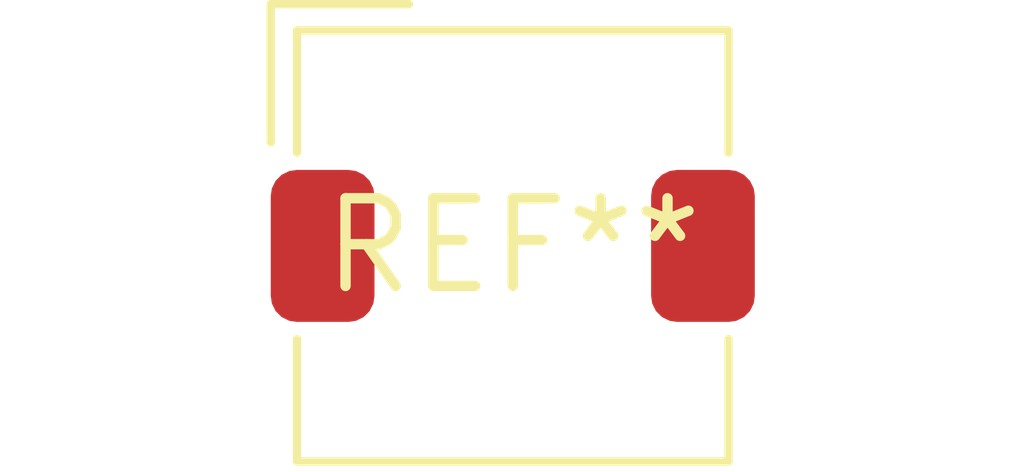
<source format=kicad_pcb>
(kicad_pcb (version 20240108) (generator pcbnew)
  (layers (0 "F.Cu" signal) (31 "B.Cu" signal) (34 "B.Paste" user) (35 "F.Paste" user) (36 "B.SilkS" user "B.Silkscreen") (37 "F.SilkS" user "F.Silkscreen") (38 "B.Mask" user) (39 "F.Mask" user) (44 "Edge.Cuts" user))
  (net 0 "")
  (footprint "L_TDK_SLF6045" (layer "F.Cu") (at 0 0)
    (property "Reference" "REF**")
    (property "Value" "L_TDK_SLF6045")
    (fp_line (start -3.5 -3.5) (end -1.5 -3.5) (layer "F.SilkS") (stroke (width 0.12)))
    (fp_line (start -3.5 -1.5) (end -3.5 -3.5) (layer "F.SilkS") (stroke (width 0.12)))
    (fp_line (start -3.12 -3.12) (end -3.12 -1.35) (layer "F.SilkS") (stroke (width 0.12)))
    (fp_line (start -3.12 -3.12) (end 3.12 -3.12) (layer "F.SilkS") (stroke (width 0.12)))
    (fp_line (start -3.12 1.35) (end -3.12 3.12) (layer "F.SilkS") (stroke (width 0.12)))
    (fp_line (start -3.12 3.12) (end 3.12 3.12) (layer "F.SilkS") (stroke (width 0.12)))
    (fp_line (start 3.12 -3.12) (end 3.12 -1.35) (layer "F.SilkS") (stroke (width 0.12)))
    (fp_line (start 3.12 1.35) (end 3.12 3.12) (layer "F.SilkS") (stroke (width 0.12)))
    (pad "1" smd roundrect (at -2.75 0) (size 1.5 2.2) (layers "F.Cu" "F.Paste" "F.Mask"))
    (pad "2" smd roundrect (at 2.75 0) (size 1.5 2.2) (layers "F.Cu" "F.Paste" "F.Mask"))
  )
)
</source>
